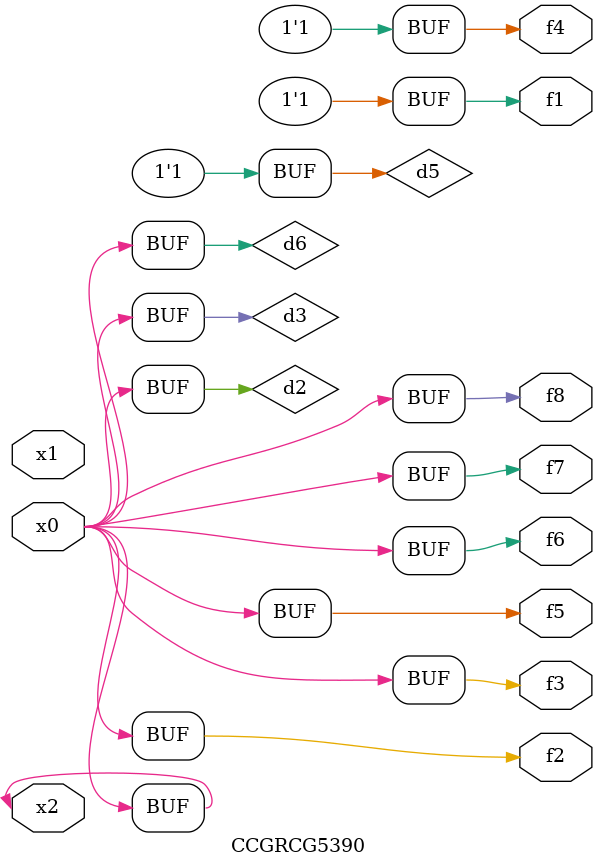
<source format=v>
module CCGRCG5390(
	input x0, x1, x2,
	output f1, f2, f3, f4, f5, f6, f7, f8
);

	wire d1, d2, d3, d4, d5, d6;

	xnor (d1, x2);
	buf (d2, x0, x2);
	and (d3, x0);
	xnor (d4, x1, x2);
	nand (d5, d1, d3);
	buf (d6, d2, d3);
	assign f1 = d5;
	assign f2 = d6;
	assign f3 = d6;
	assign f4 = d5;
	assign f5 = d6;
	assign f6 = d6;
	assign f7 = d6;
	assign f8 = d6;
endmodule

</source>
